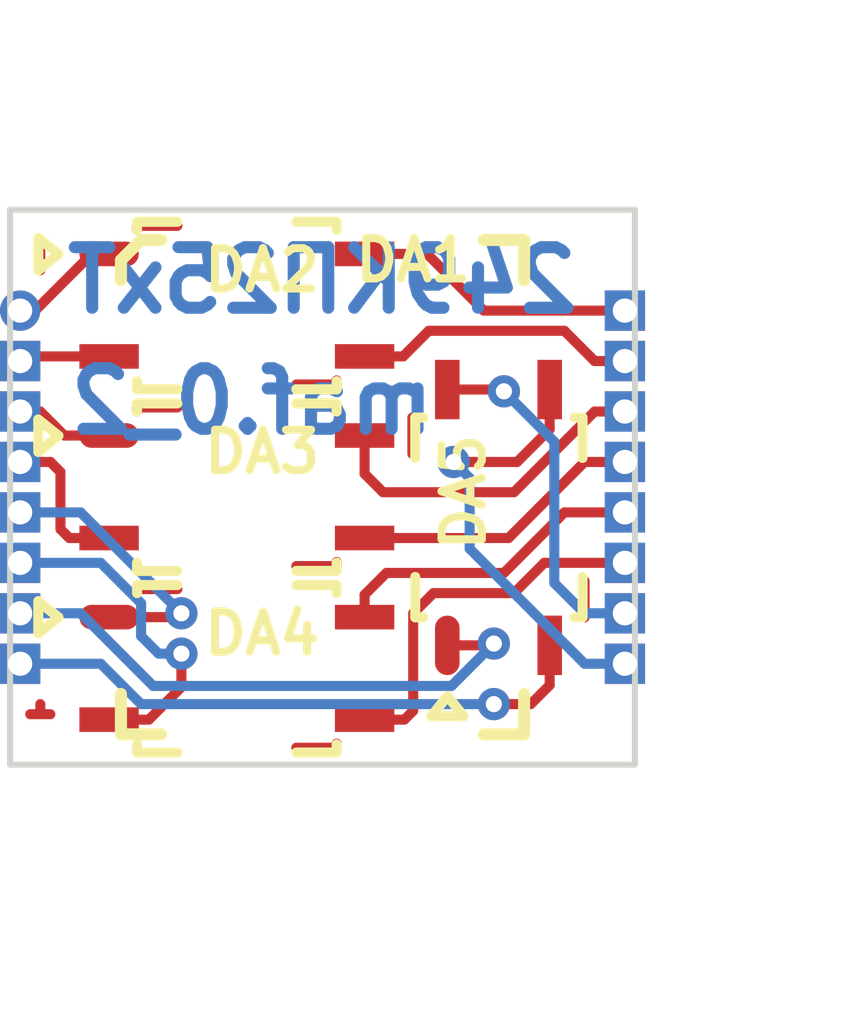
<source format=kicad_pcb>
(kicad_pcb (version 20171130) (host pcbnew "(5.0.0)")

  (general
    (thickness 1.6)
    (drawings 7)
    (tracks 106)
    (zones 0)
    (modules 5)
    (nets 17)
  )

  (page A4)
  (layers
    (0 F.Cu signal)
    (31 B.Cu signal)
    (32 B.Adhes user)
    (33 F.Adhes user)
    (34 B.Paste user)
    (35 F.Paste user)
    (36 B.SilkS user)
    (37 F.SilkS user)
    (38 B.Mask user)
    (39 F.Mask user)
    (40 Dwgs.User user)
    (41 Cmts.User user)
    (42 Eco1.User user)
    (43 Eco2.User user)
    (44 Edge.Cuts user)
    (45 Margin user)
    (46 B.CrtYd user)
    (47 F.CrtYd user)
    (48 B.Fab user)
    (49 F.Fab user)
  )

  (setup
    (last_trace_width 0.25)
    (trace_clearance 0.2)
    (zone_clearance 0.508)
    (zone_45_only no)
    (trace_min 0.2)
    (segment_width 0.2)
    (edge_width 0.15)
    (via_size 0.8)
    (via_drill 0.4)
    (via_min_size 0.4)
    (via_min_drill 0.3)
    (uvia_size 0.3)
    (uvia_drill 0.1)
    (uvias_allowed no)
    (uvia_min_size 0.2)
    (uvia_min_drill 0.1)
    (pcb_text_width 0.3)
    (pcb_text_size 1.5 1.5)
    (mod_edge_width 0.15)
    (mod_text_size 1 1)
    (mod_text_width 0.15)
    (pad_size 0.6096 1.4732)
    (pad_drill 0)
    (pad_to_mask_clearance 0.05)
    (solder_mask_min_width 0.2)
    (aux_axis_origin 0 0)
    (visible_elements 7FFFFFFF)
    (pcbplotparams
      (layerselection 0x010c0_ffffffff)
      (usegerberextensions false)
      (usegerberattributes false)
      (usegerberadvancedattributes false)
      (creategerberjobfile false)
      (excludeedgelayer true)
      (linewidth 0.100000)
      (plotframeref false)
      (viasonmask false)
      (mode 1)
      (useauxorigin false)
      (hpglpennumber 1)
      (hpglpenspeed 20)
      (hpglpendiameter 15.000000)
      (psnegative false)
      (psa4output false)
      (plotreference true)
      (plotvalue true)
      (plotinvisibletext false)
      (padsonsilk false)
      (subtractmaskfromsilk false)
      (outputformat 1)
      (mirror false)
      (drillshape 0)
      (scaleselection 1)
      (outputdirectory "GERBER/maf_2/"))
  )

  (net 0 "")
  (net 1 /in_1)
  (net 2 /out1_1)
  (net 3 /gnd_1)
  (net 4 /out2_1)
  (net 5 /in_2)
  (net 6 /out1_2)
  (net 7 /gnd_2)
  (net 8 /out2_2)
  (net 9 /in_3)
  (net 10 /out1_3)
  (net 11 /gnd_3)
  (net 12 /out2_3)
  (net 13 /in_4)
  (net 14 /out1_4)
  (net 15 /gnd_4)
  (net 16 /out2_4)

  (net_class Default "Это класс цепей по умолчанию."
    (clearance 0.2)
    (trace_width 0.25)
    (via_dia 0.8)
    (via_drill 0.4)
    (uvia_dia 0.3)
    (uvia_drill 0.1)
    (add_net /gnd_1)
    (add_net /gnd_2)
    (add_net /gnd_3)
    (add_net /gnd_4)
    (add_net /in_1)
    (add_net /in_2)
    (add_net /in_3)
    (add_net /in_4)
    (add_net /out1_1)
    (add_net /out1_2)
    (add_net /out1_3)
    (add_net /out1_4)
    (add_net /out2_1)
    (add_net /out2_2)
    (add_net /out2_3)
    (add_net /out2_4)
  )

  (module N_X_DD:Переходник_МОП-реле_249КП25хТ (layer F.Cu) (tedit 5C89FBF8) (tstamp 5C8A063E)
    (at 122 67)
    (path /5C89F707)
    (fp_text reference DA1 (at 6.25 -0.25) (layer F.SilkS)
      (effects (font (size 1 1) (thickness 0.2)))
    )
    (fp_text value 249КП25АТ (at 5 15.5) (layer F.Fab)
      (effects (font (size 2 1.6) (thickness 0.3)))
    )
    (fp_line (start -1 0.25) (end -1 -0.25) (layer F.SilkS) (width 0.3))
    (fp_line (start -1 -0.25) (end -0.5 -0.75) (layer F.SilkS) (width 0.3))
    (fp_line (start -0.5 -0.75) (end 0 -0.75) (layer F.SilkS) (width 0.3))
    (fp_line (start 9 -0.75) (end 8 -0.75) (layer F.SilkS) (width 0.3))
    (fp_line (start 9 -0.75) (end 9 0.25) (layer F.SilkS) (width 0.3))
    (fp_line (start 9 11.5) (end 8 11.5) (layer F.SilkS) (width 0.3))
    (fp_line (start 9 11.5) (end 9 10.5) (layer F.SilkS) (width 0.3))
    (fp_line (start -1 11.5) (end -1 10.5) (layer F.SilkS) (width 0.3))
    (fp_line (start -1 11.5) (end 0 11.5) (layer F.SilkS) (width 0.3))
    (pad 1 thru_hole circle (at -3.5 1) (size 1 1) (drill 0.6) (layers *.Cu *.Mask)
      (net 1 /in_1) (clearance 0.2))
    (pad 16 thru_hole rect (at 11.5 1) (size 1 1) (drill 0.6) (layers *.Cu *.Mask)
      (net 2 /out1_1) (clearance 0.2))
    (pad 2 thru_hole rect (at -3.5 2.25) (size 1 1) (drill 0.6) (layers *.Cu *.Mask)
      (net 3 /gnd_1) (clearance 0.2))
    (pad 15 thru_hole rect (at 11.5 2.25) (size 1 1) (drill 0.6) (layers *.Cu *.Mask)
      (net 4 /out2_1) (clearance 0.2))
    (pad 3 thru_hole rect (at -3.5 3.5) (size 1 1) (drill 0.6) (layers *.Cu *.Mask)
      (net 5 /in_2) (clearance 0.2))
    (pad 14 thru_hole rect (at 11.5 3.5) (size 1 1) (drill 0.6) (layers *.Cu *.Mask)
      (net 6 /out1_2) (clearance 0.2))
    (pad 4 thru_hole rect (at -3.5 4.75) (size 1 1) (drill 0.6) (layers *.Cu *.Mask)
      (net 7 /gnd_2) (clearance 0.2))
    (pad 13 thru_hole rect (at 11.5 4.75) (size 1 1) (drill 0.6) (layers *.Cu *.Mask)
      (net 8 /out2_2) (clearance 0.2))
    (pad 5 thru_hole rect (at -3.5 6) (size 1 1) (drill 0.6) (layers *.Cu *.Mask)
      (net 9 /in_3) (clearance 0.2))
    (pad 12 thru_hole rect (at 11.5 6) (size 1 1) (drill 0.6) (layers *.Cu *.Mask)
      (net 10 /out1_3) (clearance 0.2))
    (pad 6 thru_hole rect (at -3.5 7.25) (size 1 1) (drill 0.6) (layers *.Cu *.Mask)
      (net 11 /gnd_3) (clearance 0.2))
    (pad 11 thru_hole rect (at 11.5 7.25) (size 1 1) (drill 0.6) (layers *.Cu *.Mask)
      (net 12 /out2_3) (clearance 0.2))
    (pad 7 thru_hole rect (at -3.5 8.5) (size 1 1) (drill 0.6) (layers *.Cu *.Mask)
      (net 13 /in_4) (clearance 0.2))
    (pad 10 thru_hole rect (at 11.5 8.5) (size 1 1) (drill 0.6) (layers *.Cu *.Mask)
      (net 14 /out1_4) (clearance 0.2))
    (pad 8 thru_hole rect (at -3.5 9.75) (size 1 1) (drill 0.6) (layers *.Cu *.Mask)
      (net 15 /gnd_4) (clearance 0.2))
    (pad 9 thru_hole rect (at 11.5 9.75) (size 1 1) (drill 0.6) (layers *.Cu *.Mask)
      (net 16 /out2_4) (clearance 0.2))
  )

  (module N_DD:SOP-4 (layer F.Cu) (tedit 5C8A00BC) (tstamp 5C8A1033)
    (at 123.5 68.5 270)
    (descr "SO-8 Surface Mount Small Outline 150mil 8pin Package")
    (tags "Power Integrations D Package")
    (path /5C896618)
    (fp_text reference DA2 (at -1.5 -1) (layer F.SilkS)
      (effects (font (size 1 1) (thickness 0.2)))
    )
    (fp_text value "CPC1035NTR(SOP-4)" (at 0 0 270) (layer F.Fab)
      (effects (font (size 1 1) (thickness 0.15)))
    )
    (fp_line (start -2.5 -2.85) (end -2.7 -2.85) (layer F.SilkS) (width 0.25))
    (fp_line (start -2.7 -2.85) (end -2.7 -1.85) (layer F.SilkS) (width 0.25))
    (fp_line (start -2.5 2.1) (end -2.7 2.1) (layer F.SilkS) (width 0.25))
    (fp_line (start -2.7 2.1) (end -2.7 1.1) (layer F.SilkS) (width 0.25))
    (fp_line (start -1.9 4.05) (end -2.3 4.55) (layer F.SilkS) (width 0.25))
    (fp_line (start -1.9 4.05) (end -1.5 4.55) (layer F.SilkS) (width 0.25))
    (fp_line (start -1.5 4.55) (end -2.3 4.55) (layer F.SilkS) (width 0.25))
    (fp_line (start 1.45 -2.85) (end 1.45 -1.85) (layer F.SilkS) (width 0.25))
    (fp_line (start 1.25 -2.85) (end 1.45 -2.85) (layer F.SilkS) (width 0.25))
    (fp_line (start 1.25 2.1) (end 1.45 2.1) (layer F.SilkS) (width 0.25))
    (fp_line (start 1.45 2.1) (end 1.45 1.1) (layer F.SilkS) (width 0.25))
    (pad 1 smd oval (at -1.905 2.794 270) (size 0.6096 1.4732) (layers F.Cu F.Paste F.Mask)
      (net 1 /in_1))
    (pad 2 smd rect (at 0.635 2.794 270) (size 0.6096 1.4732) (layers F.Cu F.Paste F.Mask)
      (net 3 /gnd_1))
    (pad 3 smd rect (at 0.635 -3.544 270) (size 0.6096 1.4732) (layers F.Cu F.Paste F.Mask)
      (net 4 /out2_1))
    (pad 4 smd rect (at -1.905 -3.544 270) (size 0.6096 1.4732) (layers F.Cu F.Paste F.Mask)
      (net 2 /out1_1))
    (model ${N_3D}/4-SOP.step
      (offset (xyz -0.6 0.25 0))
      (scale (xyz 1 1 1))
      (rotate (xyz 0 0 -90))
    )
  )

  (module N_DD:SOP-4 (layer F.Cu) (tedit 5C8A00C9) (tstamp 5C8A0664)
    (at 123.5 73 270)
    (descr "SO-8 Surface Mount Small Outline 150mil 8pin Package")
    (tags "Power Integrations D Package")
    (path /5C896703)
    (fp_text reference DA3 (at -1.5 -1) (layer F.SilkS)
      (effects (font (size 1 1) (thickness 0.2)))
    )
    (fp_text value "CPC1035NTR(SOP-4)" (at 0 0 270) (layer F.Fab)
      (effects (font (size 1 1) (thickness 0.15)))
    )
    (fp_line (start 1.45 2.1) (end 1.45 1.1) (layer F.SilkS) (width 0.25))
    (fp_line (start 1.25 2.1) (end 1.45 2.1) (layer F.SilkS) (width 0.25))
    (fp_line (start 1.25 -2.85) (end 1.45 -2.85) (layer F.SilkS) (width 0.25))
    (fp_line (start 1.45 -2.85) (end 1.45 -1.85) (layer F.SilkS) (width 0.25))
    (fp_line (start -1.5 4.55) (end -2.3 4.55) (layer F.SilkS) (width 0.25))
    (fp_line (start -1.9 4.05) (end -1.5 4.55) (layer F.SilkS) (width 0.25))
    (fp_line (start -1.9 4.05) (end -2.3 4.55) (layer F.SilkS) (width 0.25))
    (fp_line (start -2.7 2.1) (end -2.7 1.1) (layer F.SilkS) (width 0.25))
    (fp_line (start -2.5 2.1) (end -2.7 2.1) (layer F.SilkS) (width 0.25))
    (fp_line (start -2.7 -2.85) (end -2.7 -1.85) (layer F.SilkS) (width 0.25))
    (fp_line (start -2.5 -2.85) (end -2.7 -2.85) (layer F.SilkS) (width 0.25))
    (pad 4 smd rect (at -1.905 -3.544 270) (size 0.6096 1.4732) (layers F.Cu F.Paste F.Mask)
      (net 6 /out1_2))
    (pad 3 smd rect (at 0.635 -3.544 270) (size 0.6096 1.4732) (layers F.Cu F.Paste F.Mask)
      (net 8 /out2_2))
    (pad 2 smd rect (at 0.635 2.794 270) (size 0.6096 1.4732) (layers F.Cu F.Paste F.Mask)
      (net 7 /gnd_2))
    (pad 1 smd oval (at -1.905 2.794 270) (size 0.6096 1.4732) (layers F.Cu F.Paste F.Mask)
      (net 5 /in_2))
    (model ${N_3D}/4-SOP.step
      (offset (xyz -0.6 0.25 0))
      (scale (xyz 1 1 1))
      (rotate (xyz 0 0 -90))
    )
  )

  (module N_DD:SOP-4 (layer F.Cu) (tedit 5C8A00D3) (tstamp 5C8A0B3D)
    (at 123.5 77.5 270)
    (descr "SO-8 Surface Mount Small Outline 150mil 8pin Package")
    (tags "Power Integrations D Package")
    (path /5C896773)
    (fp_text reference DA4 (at -1.5 -1) (layer F.SilkS)
      (effects (font (size 1 1) (thickness 0.2)))
    )
    (fp_text value "CPC1035NTR(SOP-4)" (at 0 0 270) (layer F.Fab)
      (effects (font (size 1 1) (thickness 0.15)))
    )
    (fp_line (start -2.5 -2.85) (end -2.7 -2.85) (layer F.SilkS) (width 0.25))
    (fp_line (start -2.7 -2.85) (end -2.7 -1.85) (layer F.SilkS) (width 0.25))
    (fp_line (start -2.5 2.1) (end -2.7 2.1) (layer F.SilkS) (width 0.25))
    (fp_line (start -2.7 2.1) (end -2.7 1.1) (layer F.SilkS) (width 0.25))
    (fp_line (start -1.9 4.05) (end -2.3 4.55) (layer F.SilkS) (width 0.25))
    (fp_line (start -1.9 4.05) (end -1.5 4.55) (layer F.SilkS) (width 0.25))
    (fp_line (start -1.5 4.55) (end -2.3 4.55) (layer F.SilkS) (width 0.25))
    (fp_line (start 1.45 -2.85) (end 1.45 -1.85) (layer F.SilkS) (width 0.25))
    (fp_line (start 1.25 -2.85) (end 1.45 -2.85) (layer F.SilkS) (width 0.25))
    (fp_line (start 1.25 2.1) (end 1.45 2.1) (layer F.SilkS) (width 0.25))
    (fp_line (start 1.45 2.1) (end 1.45 1.1) (layer F.SilkS) (width 0.25))
    (pad 1 smd oval (at -1.905 2.794 270) (size 0.6096 1.4732) (layers F.Cu F.Paste F.Mask)
      (net 9 /in_3))
    (pad 2 smd rect (at 0.635 2.794 270) (size 0.6096 1.4732) (layers F.Cu F.Paste F.Mask)
      (net 11 /gnd_3))
    (pad 3 smd rect (at 0.635 -3.544 270) (size 0.6096 1.4732) (layers F.Cu F.Paste F.Mask)
      (net 12 /out2_3))
    (pad 4 smd rect (at -1.905 -3.544 270) (size 0.6096 1.4732) (layers F.Cu F.Paste F.Mask)
      (net 10 /out1_3))
    (model ${N_3D}/4-SOP.step
      (offset (xyz -0.6 0.25 0))
      (scale (xyz 1 1 1))
      (rotate (xyz 0 0 -90))
    )
  )

  (module N_DD:SOP-4 (layer F.Cu) (tedit 5C8A00DA) (tstamp 5C8A1192)
    (at 131 73.5)
    (descr "SO-8 Surface Mount Small Outline 150mil 8pin Package")
    (tags "Power Integrations D Package")
    (path /5C896779)
    (fp_text reference DA5 (at -1.5 -1 90) (layer F.SilkS)
      (effects (font (size 1 1) (thickness 0.2)))
    )
    (fp_text value "CPC1035NTR(SOP-4)" (at 0 0) (layer F.Fab)
      (effects (font (size 1 1) (thickness 0.15)))
    )
    (fp_line (start 1.45 2.1) (end 1.45 1.1) (layer F.SilkS) (width 0.25))
    (fp_line (start 1.25 2.1) (end 1.45 2.1) (layer F.SilkS) (width 0.25))
    (fp_line (start 1.25 -2.85) (end 1.45 -2.85) (layer F.SilkS) (width 0.25))
    (fp_line (start 1.45 -2.85) (end 1.45 -1.85) (layer F.SilkS) (width 0.25))
    (fp_line (start -1.5 4.55) (end -2.3 4.55) (layer F.SilkS) (width 0.25))
    (fp_line (start -1.9 4.05) (end -1.5 4.55) (layer F.SilkS) (width 0.25))
    (fp_line (start -1.9 4.05) (end -2.3 4.55) (layer F.SilkS) (width 0.25))
    (fp_line (start -2.7 2.1) (end -2.7 1.1) (layer F.SilkS) (width 0.25))
    (fp_line (start -2.5 2.1) (end -2.7 2.1) (layer F.SilkS) (width 0.25))
    (fp_line (start -2.7 -2.85) (end -2.7 -1.85) (layer F.SilkS) (width 0.25))
    (fp_line (start -2.5 -2.85) (end -2.7 -2.85) (layer F.SilkS) (width 0.25))
    (pad 4 smd rect (at -1.905 -3.544) (size 0.6096 1.4732) (layers F.Cu F.Paste F.Mask)
      (net 14 /out1_4))
    (pad 3 smd rect (at 0.635 -3.544) (size 0.6096 1.4732) (layers F.Cu F.Paste F.Mask)
      (net 16 /out2_4))
    (pad 2 smd rect (at 0.635 2.794) (size 0.6096 1.4732) (layers F.Cu F.Paste F.Mask)
      (net 15 /gnd_4))
    (pad 1 smd oval (at -1.905 2.794) (size 0.6096 1.4732) (layers F.Cu F.Paste F.Mask)
      (net 13 /in_4))
    (model ${N_3D}/4-SOP.step
      (offset (xyz -0.6 0.25 0))
      (scale (xyz 1 1 1))
      (rotate (xyz 0 0 -90))
    )
  )

  (gr_text maf.0_2 (at 124.25 70.25) (layer B.Cu)
    (effects (font (size 1.5 1.5) (thickness 0.3)) (justify mirror))
  )
  (gr_text 249КП25xT (at 126 67.25) (layer B.Cu)
    (effects (font (size 1.5 1.5) (thickness 0.3)) (justify mirror))
  )
  (gr_line (start 118.25 65.5) (end 118.25 68) (layer Edge.Cuts) (width 0.15))
  (gr_line (start 133.75 65.5) (end 118.25 65.5) (layer Edge.Cuts) (width 0.15))
  (gr_line (start 133.75 79.25) (end 133.75 65.5) (layer Edge.Cuts) (width 0.15))
  (gr_line (start 118.25 79.25) (end 133.75 79.25) (layer Edge.Cuts) (width 0.15))
  (gr_line (start 118.25 68) (end 118.25 79.25) (layer Edge.Cuts) (width 0.15))

  (segment (start 121.4 66) (end 121.4 65.90001) (width 0.25) (layer F.Cu) (net 0))
  (segment (start 121.4 65.90001) (end 122.39999 65.90001) (width 0.25) (layer F.Cu) (net 0))
  (segment (start 121.4 70.40001) (end 122.39999 70.40001) (width 0.25) (layer F.Cu) (net 0) (tstamp 5C8A13FC))
  (segment (start 121.4 70.5) (end 121.4 70.40001) (width 0.25) (layer F.Cu) (net 0) (tstamp 5C8A13FD))
  (segment (start 121.4 74.90001) (end 122.39999 74.90001) (width 0.25) (layer F.Cu) (net 0) (tstamp 5C8A13FC))
  (segment (start 121.4 75) (end 121.4 74.90001) (width 0.25) (layer F.Cu) (net 0) (tstamp 5C8A13FD))
  (segment (start 126.35 78.82999) (end 125.35001 78.82999) (width 0.25) (layer F.Cu) (net 0) (tstamp 5C8A13FC))
  (segment (start 126.349999 78.73) (end 126.35 78.82999) (width 0.25) (layer F.Cu) (net 0) (tstamp 5C8A13FD))
  (segment (start 126.35 74.32999) (end 125.35001 74.32999) (width 0.25) (layer F.Cu) (net 0) (tstamp 5C8A13FC))
  (segment (start 126.349999 74.23) (end 126.35 74.32999) (width 0.25) (layer F.Cu) (net 0) (tstamp 5C8A13FD))
  (segment (start 126.35 69.82999) (end 125.35001 69.82999) (width 0.25) (layer F.Cu) (net 0) (tstamp 5C8A13FC))
  (segment (start 126.349999 69.73) (end 126.35 69.82999) (width 0.25) (layer F.Cu) (net 0) (tstamp 5C8A13FD))
  (segment (start 132.5 75.6) (end 132.4 75.6) (width 0.25) (layer F.Cu) (net 0) (tstamp 5C8A157A))
  (segment (start 132.5 75.6) (end 132.5 74.7) (width 0.25) (layer F.Cu) (net 0) (tstamp 5C8A157B))
  (segment (start 128.230001 70.65) (end 128.33 70.65) (width 0.25) (layer F.Cu) (net 0) (tstamp 5C8A157A))
  (segment (start 128.230001 70.65) (end 128.23 71.55) (width 0.25) (layer F.Cu) (net 0) (tstamp 5C8A157B))
  (segment (start 119 67) (end 119 66.5) (width 0.25) (layer F.Cu) (net 0))
  (segment (start 119 77.75) (end 119 78) (width 0.25) (layer F.Cu) (net 0))
  (segment (start 119 78) (end 118.75 78) (width 0.25) (layer F.Cu) (net 0))
  (segment (start 119 78) (end 119.25 78) (width 0.25) (layer F.Cu) (net 0))
  (segment (start 118.8692 68) (end 118.65001 68) (width 0.25) (layer F.Cu) (net 1))
  (segment (start 120.2742 66.595) (end 118.8692 68) (width 0.25) (layer F.Cu) (net 1))
  (segment (start 120.706 66.595) (end 120.2742 66.595) (width 0.25) (layer F.Cu) (net 1))
  (segment (start 133.5 68) (end 130 68) (width 0.25) (layer F.Cu) (net 2))
  (segment (start 128.595 66.595) (end 127.044 66.595) (width 0.25) (layer F.Cu) (net 2))
  (segment (start 130 68) (end 128.595 66.595) (width 0.25) (layer F.Cu) (net 2))
  (segment (start 118.615 69.135) (end 118.5 69.25) (width 0.25) (layer F.Cu) (net 3))
  (segment (start 120.706 69.135) (end 118.615 69.135) (width 0.25) (layer F.Cu) (net 3))
  (segment (start 128 69.135) (end 127.044 69.135) (width 0.25) (layer F.Cu) (net 4))
  (segment (start 128.635 68.5) (end 128 69.135) (width 0.25) (layer F.Cu) (net 4))
  (segment (start 132 68.5) (end 128.635 68.5) (width 0.25) (layer F.Cu) (net 4))
  (segment (start 132.75 69.25) (end 132 68.5) (width 0.25) (layer F.Cu) (net 4))
  (segment (start 133.5 69.25) (end 132.75 69.25) (width 0.25) (layer F.Cu) (net 4))
  (segment (start 119 70.5) (end 118.5 70.5) (width 0.25) (layer F.Cu) (net 5))
  (segment (start 120.706 71.095) (end 119.595 71.095) (width 0.25) (layer F.Cu) (net 5))
  (segment (start 119.595 71.095) (end 119 70.5) (width 0.25) (layer F.Cu) (net 5))
  (segment (start 127.044 72.044) (end 127.044 71.095) (width 0.25) (layer F.Cu) (net 6))
  (segment (start 127.5 72.5) (end 127.044 72.044) (width 0.25) (layer F.Cu) (net 6))
  (segment (start 130.75 72.5) (end 127.5 72.5) (width 0.25) (layer F.Cu) (net 6))
  (segment (start 133.5 70.5) (end 132.75 70.5) (width 0.25) (layer F.Cu) (net 6))
  (segment (start 132.75 70.5) (end 130.75 72.5) (width 0.25) (layer F.Cu) (net 6))
  (segment (start 119.25 71.75) (end 118.5 71.75) (width 0.25) (layer F.Cu) (net 7))
  (segment (start 119.7194 73.635) (end 119.5 73.4156) (width 0.25) (layer F.Cu) (net 7))
  (segment (start 120.706 73.635) (end 119.7194 73.635) (width 0.25) (layer F.Cu) (net 7))
  (segment (start 119.5 72) (end 119.25 71.75) (width 0.25) (layer F.Cu) (net 7))
  (segment (start 119.5 73.4156) (end 119.5 72) (width 0.25) (layer F.Cu) (net 7))
  (segment (start 132.5 71.75) (end 133.5 71.75) (width 0.25) (layer F.Cu) (net 8))
  (segment (start 130.615 73.635) (end 132.5 71.75) (width 0.25) (layer F.Cu) (net 8))
  (segment (start 127.044 73.635) (end 130.615 73.635) (width 0.25) (layer F.Cu) (net 8))
  (via (at 122.5 75.5) (size 0.8) (drill 0.4) (layers F.Cu B.Cu) (net 9))
  (segment (start 120.706 75.595) (end 122.405 75.595) (width 0.25) (layer F.Cu) (net 9))
  (segment (start 122.405 75.595) (end 122.5 75.5) (width 0.25) (layer F.Cu) (net 9))
  (segment (start 120 73) (end 118.5 73) (width 0.25) (layer B.Cu) (net 9))
  (segment (start 122.5 75.5) (end 120 73) (width 0.25) (layer B.Cu) (net 9))
  (segment (start 127.044 75.0402) (end 127.5842 74.5) (width 0.25) (layer F.Cu) (net 10))
  (segment (start 127.044 75.595) (end 127.044 75.0402) (width 0.25) (layer F.Cu) (net 10))
  (segment (start 127.5842 74.5) (end 130.5 74.5) (width 0.25) (layer F.Cu) (net 10))
  (segment (start 132 73) (end 133.5 73) (width 0.25) (layer F.Cu) (net 10))
  (segment (start 130.5 74.5) (end 132 73) (width 0.25) (layer F.Cu) (net 10))
  (via (at 122.5 76.5) (size 0.8) (drill 0.4) (layers F.Cu B.Cu) (net 11))
  (segment (start 121.934315 76.5) (end 121.5 76.065685) (width 0.25) (layer B.Cu) (net 11))
  (segment (start 122.5 76.5) (end 121.934315 76.5) (width 0.25) (layer B.Cu) (net 11))
  (segment (start 121.5 76.065685) (end 121.5 75.25) (width 0.25) (layer B.Cu) (net 11))
  (segment (start 120.5 74.25) (end 118.5 74.25) (width 0.25) (layer B.Cu) (net 11))
  (segment (start 121.5 75.25) (end 120.5 74.25) (width 0.25) (layer B.Cu) (net 11))
  (segment (start 121.6926 78.135) (end 122.5 77.3276) (width 0.25) (layer F.Cu) (net 11))
  (segment (start 120.706 78.135) (end 121.6926 78.135) (width 0.25) (layer F.Cu) (net 11))
  (segment (start 122.5 77.3276) (end 122.5 76.5) (width 0.25) (layer F.Cu) (net 11))
  (segment (start 131.5 74.25) (end 133.5 74.25) (width 0.25) (layer F.Cu) (net 12))
  (segment (start 127.044 78.135) (end 128.0306 78.135) (width 0.25) (layer F.Cu) (net 12))
  (segment (start 128.0306 78.135) (end 128.25 77.9156) (width 0.25) (layer F.Cu) (net 12))
  (segment (start 128.25 77.9156) (end 128.25 75.5) (width 0.25) (layer F.Cu) (net 12))
  (segment (start 128.25 75.5) (end 128.75 75) (width 0.25) (layer F.Cu) (net 12))
  (segment (start 128.75 75) (end 130.75 75) (width 0.25) (layer F.Cu) (net 12))
  (segment (start 130.75 75) (end 131.5 74.25) (width 0.25) (layer F.Cu) (net 12))
  (via (at 130.25 76.25) (size 0.8) (drill 0.4) (layers F.Cu B.Cu) (net 13))
  (segment (start 129.095 76.294) (end 130.206 76.294) (width 0.25) (layer F.Cu) (net 13))
  (segment (start 130.206 76.294) (end 130.25 76.25) (width 0.25) (layer F.Cu) (net 13))
  (segment (start 130.25 76.25) (end 129.200011 77.299989) (width 0.25) (layer B.Cu) (net 13))
  (segment (start 129.200011 77.299989) (end 121.799989 77.299989) (width 0.25) (layer B.Cu) (net 13))
  (segment (start 121.799989 77.299989) (end 120 75.5) (width 0.25) (layer B.Cu) (net 13))
  (segment (start 119.25 75.5) (end 118.5 75.5) (width 0.25) (layer B.Cu) (net 13))
  (segment (start 120 75.5) (end 119.25 75.5) (width 0.25) (layer B.Cu) (net 13))
  (via (at 130.5 70) (size 0.8) (drill 0.4) (layers F.Cu B.Cu) (net 14))
  (segment (start 129.095 69.956) (end 130.456 69.956) (width 0.25) (layer F.Cu) (net 14))
  (segment (start 130.456 69.956) (end 130.5 70) (width 0.25) (layer F.Cu) (net 14))
  (segment (start 130.5 70) (end 131.75 71.25) (width 0.25) (layer B.Cu) (net 14))
  (segment (start 131.75 71.25) (end 131.75 74.75) (width 0.25) (layer B.Cu) (net 14))
  (segment (start 132.5 75.5) (end 133.5 75.5) (width 0.25) (layer B.Cu) (net 14))
  (segment (start 131.75 74.75) (end 132.5 75.5) (width 0.25) (layer B.Cu) (net 14))
  (via (at 130.25 77.75) (size 0.8) (drill 0.4) (layers F.Cu B.Cu) (net 15))
  (segment (start 119.75 76.75) (end 118.5 76.75) (width 0.25) (layer B.Cu) (net 15))
  (segment (start 120.5 76.75) (end 119.75 76.75) (width 0.25) (layer B.Cu) (net 15))
  (segment (start 121.5 77.75) (end 120.5 76.75) (width 0.25) (layer B.Cu) (net 15))
  (segment (start 130.25 77.75) (end 121.5 77.75) (width 0.25) (layer B.Cu) (net 15))
  (segment (start 131.635 77.2806) (end 131.1656 77.75) (width 0.25) (layer F.Cu) (net 15))
  (segment (start 131.635 76.294) (end 131.635 77.2806) (width 0.25) (layer F.Cu) (net 15))
  (segment (start 131.1656 77.75) (end 130.25 77.75) (width 0.25) (layer F.Cu) (net 15))
  (via (at 129.25 71.75) (size 0.8) (drill 0.4) (layers F.Cu B.Cu) (net 16))
  (segment (start 131.635 70.9426) (end 130.8276 71.75) (width 0.25) (layer F.Cu) (net 16))
  (segment (start 131.635 69.956) (end 131.635 70.9426) (width 0.25) (layer F.Cu) (net 16))
  (segment (start 130.8276 71.75) (end 129.25 71.75) (width 0.25) (layer F.Cu) (net 16))
  (segment (start 129.649999 72.149999) (end 129.649999 73.899999) (width 0.25) (layer B.Cu) (net 16))
  (segment (start 129.25 71.75) (end 129.649999 72.149999) (width 0.25) (layer B.Cu) (net 16))
  (segment (start 132.5 76.75) (end 133.5 76.75) (width 0.25) (layer B.Cu) (net 16))
  (segment (start 129.649999 73.899999) (end 132.5 76.75) (width 0.25) (layer B.Cu) (net 16))

)

</source>
